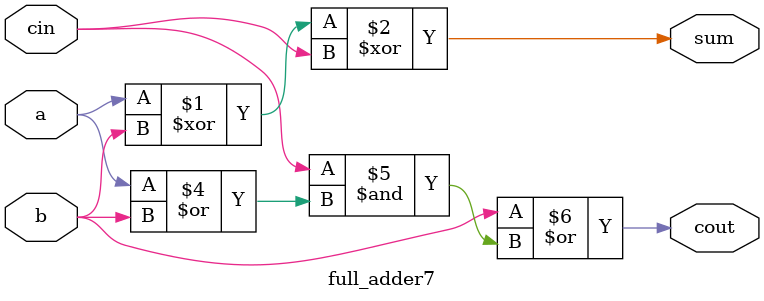
<source format=v>
module full_adder7(a,b,cin,sum,cout);
input a,b,cin;
output sum,cout;
assign sum = a^b^cin;
assign cout = 1'b1&b|cin&(a|b); 
// initial begin
//     $display("The incorrect adder with and0 having in1/1");
// end   
endmodule
</source>
